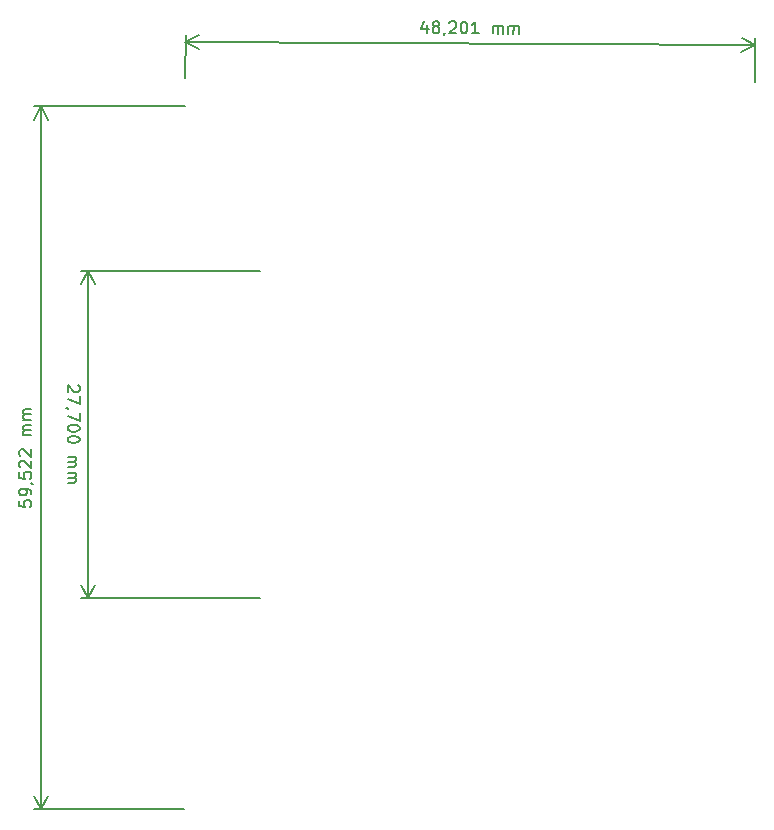
<source format=gbr>
%TF.GenerationSoftware,KiCad,Pcbnew,(5.1.6)-1*%
%TF.CreationDate,2022-01-15T22:49:59+01:00*%
%TF.ProjectId,XPS15,58505331-352e-46b6-9963-61645f706362,rev?*%
%TF.SameCoordinates,Original*%
%TF.FileFunction,OtherDrawing,Comment*%
%FSLAX46Y46*%
G04 Gerber Fmt 4.6, Leading zero omitted, Abs format (unit mm)*
G04 Created by KiCad (PCBNEW (5.1.6)-1) date 2022-01-15 22:49:59*
%MOMM*%
%LPD*%
G01*
G04 APERTURE LIST*
%ADD10C,0.150000*%
G04 APERTURE END LIST*
D10*
X147562123Y-65713043D02*
X147557973Y-66379697D01*
X147326403Y-65330616D02*
X147083867Y-66043406D01*
X147702902Y-66047259D01*
X148228184Y-65812428D02*
X148133244Y-65764217D01*
X148085922Y-65716303D01*
X148038897Y-65620770D01*
X148039193Y-65573152D01*
X148087404Y-65478212D01*
X148135318Y-65430891D01*
X148230851Y-65383865D01*
X148421323Y-65385051D01*
X148516263Y-65433262D01*
X148563585Y-65481176D01*
X148610610Y-65576709D01*
X148610314Y-65624327D01*
X148562103Y-65719267D01*
X148514189Y-65766588D01*
X148418656Y-65813614D01*
X148228184Y-65812428D01*
X148132651Y-65859454D01*
X148084736Y-65906775D01*
X148036526Y-66001715D01*
X148035340Y-66192188D01*
X148082365Y-66287720D01*
X148129687Y-66335635D01*
X148224627Y-66383846D01*
X148415100Y-66385031D01*
X148510632Y-66338006D01*
X148558547Y-66290684D01*
X148606758Y-66195744D01*
X148607943Y-66005272D01*
X148560918Y-65909739D01*
X148513596Y-65861825D01*
X148418656Y-65813614D01*
X149082050Y-66341563D02*
X149081753Y-66389181D01*
X149033542Y-66484121D01*
X148985628Y-66531442D01*
X149468329Y-65486807D02*
X149516244Y-65439486D01*
X149611777Y-65392460D01*
X149849867Y-65393942D01*
X149944807Y-65442153D01*
X149992129Y-65490067D01*
X150039154Y-65585600D01*
X150038561Y-65680836D01*
X149990054Y-65823394D01*
X149415080Y-66391255D01*
X150034116Y-66395108D01*
X150659375Y-65398981D02*
X150754612Y-65399573D01*
X150849551Y-65447784D01*
X150896873Y-65495699D01*
X150943899Y-65591231D01*
X150990331Y-65782000D01*
X150988849Y-66020091D01*
X150940046Y-66210267D01*
X150891835Y-66305207D01*
X150843920Y-66352529D01*
X150748388Y-66399554D01*
X150653151Y-66398961D01*
X150558212Y-66350750D01*
X150510890Y-66302836D01*
X150463864Y-66207303D01*
X150417432Y-66016534D01*
X150418914Y-65778444D01*
X150467717Y-65588268D01*
X150515928Y-65493328D01*
X150563843Y-65446006D01*
X150659375Y-65398981D01*
X151938841Y-66406963D02*
X151367423Y-66403407D01*
X151653132Y-66405185D02*
X151659356Y-65405204D01*
X151563231Y-65547466D01*
X151467402Y-65642110D01*
X151371869Y-65689135D01*
X153129294Y-66414373D02*
X153133443Y-65747719D01*
X153132850Y-65842955D02*
X153180765Y-65795634D01*
X153276298Y-65748608D01*
X153419152Y-65749497D01*
X153514092Y-65797708D01*
X153561117Y-65893241D01*
X153557857Y-66417040D01*
X153561117Y-65893241D02*
X153609328Y-65798301D01*
X153704861Y-65751276D01*
X153847715Y-65752165D01*
X153942655Y-65800376D01*
X153989680Y-65895908D01*
X153986420Y-66419708D01*
X154462601Y-66422671D02*
X154466751Y-65756018D01*
X154466158Y-65851254D02*
X154514072Y-65803932D01*
X154609605Y-65756907D01*
X154752459Y-65757796D01*
X154847399Y-65806007D01*
X154894425Y-65901539D01*
X154891165Y-66425339D01*
X154894425Y-65901539D02*
X154942636Y-65806600D01*
X155038168Y-65759574D01*
X155181023Y-65760463D01*
X155275962Y-65808674D01*
X155322988Y-65904207D01*
X155319728Y-66428006D01*
X175319294Y-67400121D02*
X127119294Y-67100121D01*
X175300000Y-70500000D02*
X175322944Y-66813712D01*
X127100000Y-70200000D02*
X127122944Y-66513712D01*
X127119294Y-67100121D02*
X128249426Y-66520723D01*
X127119294Y-67100121D02*
X128242126Y-67693542D01*
X175319294Y-67400121D02*
X174196462Y-66806700D01*
X175319294Y-67400121D02*
X174189162Y-67979519D01*
X113052311Y-105956552D02*
X113052169Y-106432743D01*
X113528345Y-106480504D01*
X113480741Y-106432871D01*
X113433150Y-106337619D01*
X113433221Y-106099523D01*
X113480869Y-106004299D01*
X113528502Y-105956695D01*
X113623754Y-105909104D01*
X113861849Y-105909175D01*
X113957073Y-105956823D01*
X114004678Y-106004456D01*
X114052269Y-106099708D01*
X114052198Y-106337803D01*
X114004550Y-106433027D01*
X113956917Y-106480632D01*
X114052468Y-105433042D02*
X114052525Y-105242565D01*
X114004934Y-105147313D01*
X113957329Y-105099680D01*
X113814501Y-105004399D01*
X113624039Y-104956723D01*
X113243086Y-104956609D01*
X113147834Y-105004200D01*
X113100201Y-105051805D01*
X113052553Y-105147029D01*
X113052496Y-105337505D01*
X113100087Y-105432757D01*
X113147692Y-105480390D01*
X113242916Y-105528038D01*
X113481011Y-105528109D01*
X113576263Y-105480518D01*
X113623896Y-105432914D01*
X113671544Y-105337690D01*
X113671601Y-105147214D01*
X113624010Y-105051961D01*
X113576405Y-105004328D01*
X113481182Y-104956680D01*
X114005133Y-104480646D02*
X114052752Y-104480661D01*
X114147976Y-104528308D01*
X114195581Y-104575941D01*
X113053023Y-103575600D02*
X113052880Y-104051791D01*
X113529057Y-104099552D01*
X113481452Y-104051919D01*
X113433861Y-103956666D01*
X113433932Y-103718571D01*
X113481580Y-103623347D01*
X113529213Y-103575742D01*
X113624465Y-103528152D01*
X113862561Y-103528223D01*
X113957785Y-103575870D01*
X114005389Y-103623504D01*
X114052980Y-103718756D01*
X114052909Y-103956851D01*
X114005261Y-104052075D01*
X113957628Y-104099680D01*
X113148389Y-103147057D02*
X113100784Y-103099424D01*
X113053193Y-103004172D01*
X113053264Y-102766076D01*
X113100912Y-102670852D01*
X113148545Y-102623248D01*
X113243798Y-102575657D01*
X113339036Y-102575685D01*
X113481879Y-102623347D01*
X114053136Y-103194946D01*
X114053321Y-102575899D01*
X113148673Y-102194676D02*
X113101068Y-102147043D01*
X113053478Y-102051791D01*
X113053549Y-101813695D01*
X113101196Y-101718472D01*
X113148830Y-101670867D01*
X113244082Y-101623276D01*
X113339320Y-101623305D01*
X113482163Y-101670966D01*
X114053421Y-102242566D01*
X114053606Y-101623518D01*
X114053961Y-100433042D02*
X113387295Y-100432843D01*
X113482533Y-100432871D02*
X113434928Y-100385238D01*
X113387337Y-100289986D01*
X113387380Y-100147128D01*
X113435028Y-100051905D01*
X113530280Y-100004314D01*
X114054089Y-100004470D01*
X113530280Y-100004314D02*
X113435056Y-99956666D01*
X113387465Y-99861414D01*
X113387508Y-99718557D01*
X113435156Y-99623333D01*
X113530408Y-99575743D01*
X114054217Y-99575899D01*
X114054360Y-99099709D02*
X113387693Y-99099509D01*
X113482931Y-99099538D02*
X113435326Y-99051905D01*
X113387736Y-98956652D01*
X113387778Y-98813795D01*
X113435426Y-98718571D01*
X113530678Y-98670981D01*
X114054488Y-98671137D01*
X113530678Y-98670981D02*
X113435454Y-98623333D01*
X113387864Y-98528081D01*
X113387906Y-98385224D01*
X113435554Y-98290000D01*
X113530806Y-98242409D01*
X114054616Y-98242566D01*
X114892122Y-132099237D02*
X114909902Y-72576877D01*
X127020320Y-132102860D02*
X114305701Y-132099062D01*
X127038100Y-72580500D02*
X114323481Y-72576702D01*
X114909902Y-72576877D02*
X115495986Y-73703556D01*
X114909902Y-72576877D02*
X114323145Y-73703206D01*
X114892122Y-132099237D02*
X115478879Y-130972908D01*
X114892122Y-132099237D02*
X114306038Y-130972558D01*
X118052380Y-96207142D02*
X118100000Y-96254761D01*
X118147619Y-96350000D01*
X118147619Y-96588095D01*
X118100000Y-96683333D01*
X118052380Y-96730952D01*
X117957142Y-96778571D01*
X117861904Y-96778571D01*
X117719047Y-96730952D01*
X117147619Y-96159523D01*
X117147619Y-96778571D01*
X118147619Y-97111904D02*
X118147619Y-97778571D01*
X117147619Y-97350000D01*
X117195238Y-98207142D02*
X117147619Y-98207142D01*
X117052380Y-98159523D01*
X117004761Y-98111904D01*
X118147619Y-98540476D02*
X118147619Y-99207142D01*
X117147619Y-98778571D01*
X118147619Y-99778571D02*
X118147619Y-99873809D01*
X118100000Y-99969047D01*
X118052380Y-100016666D01*
X117957142Y-100064285D01*
X117766666Y-100111904D01*
X117528571Y-100111904D01*
X117338095Y-100064285D01*
X117242857Y-100016666D01*
X117195238Y-99969047D01*
X117147619Y-99873809D01*
X117147619Y-99778571D01*
X117195238Y-99683333D01*
X117242857Y-99635714D01*
X117338095Y-99588095D01*
X117528571Y-99540476D01*
X117766666Y-99540476D01*
X117957142Y-99588095D01*
X118052380Y-99635714D01*
X118100000Y-99683333D01*
X118147619Y-99778571D01*
X118147619Y-100730952D02*
X118147619Y-100826190D01*
X118100000Y-100921428D01*
X118052380Y-100969047D01*
X117957142Y-101016666D01*
X117766666Y-101064285D01*
X117528571Y-101064285D01*
X117338095Y-101016666D01*
X117242857Y-100969047D01*
X117195238Y-100921428D01*
X117147619Y-100826190D01*
X117147619Y-100730952D01*
X117195238Y-100635714D01*
X117242857Y-100588095D01*
X117338095Y-100540476D01*
X117528571Y-100492857D01*
X117766666Y-100492857D01*
X117957142Y-100540476D01*
X118052380Y-100588095D01*
X118100000Y-100635714D01*
X118147619Y-100730952D01*
X117147619Y-102254761D02*
X117814285Y-102254761D01*
X117719047Y-102254761D02*
X117766666Y-102302380D01*
X117814285Y-102397619D01*
X117814285Y-102540476D01*
X117766666Y-102635714D01*
X117671428Y-102683333D01*
X117147619Y-102683333D01*
X117671428Y-102683333D02*
X117766666Y-102730952D01*
X117814285Y-102826190D01*
X117814285Y-102969047D01*
X117766666Y-103064285D01*
X117671428Y-103111904D01*
X117147619Y-103111904D01*
X117147619Y-103588095D02*
X117814285Y-103588095D01*
X117719047Y-103588095D02*
X117766666Y-103635714D01*
X117814285Y-103730952D01*
X117814285Y-103873809D01*
X117766666Y-103969047D01*
X117671428Y-104016666D01*
X117147619Y-104016666D01*
X117671428Y-104016666D02*
X117766666Y-104064285D01*
X117814285Y-104159523D01*
X117814285Y-104302380D01*
X117766666Y-104397619D01*
X117671428Y-104445238D01*
X117147619Y-104445238D01*
X118900000Y-86500000D02*
X118900000Y-114200000D01*
X133400000Y-86500000D02*
X118313579Y-86500000D01*
X133400000Y-114200000D02*
X118313579Y-114200000D01*
X118900000Y-114200000D02*
X118313579Y-113073496D01*
X118900000Y-114200000D02*
X119486421Y-113073496D01*
X118900000Y-86500000D02*
X118313579Y-87626504D01*
X118900000Y-86500000D02*
X119486421Y-87626504D01*
M02*

</source>
